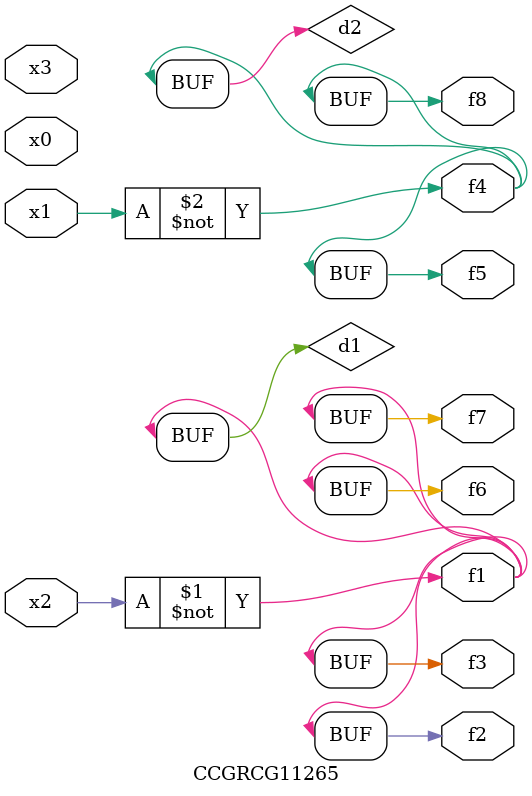
<source format=v>
module CCGRCG11265(
	input x0, x1, x2, x3,
	output f1, f2, f3, f4, f5, f6, f7, f8
);

	wire d1, d2;

	xnor (d1, x2);
	not (d2, x1);
	assign f1 = d1;
	assign f2 = d1;
	assign f3 = d1;
	assign f4 = d2;
	assign f5 = d2;
	assign f6 = d1;
	assign f7 = d1;
	assign f8 = d2;
endmodule

</source>
